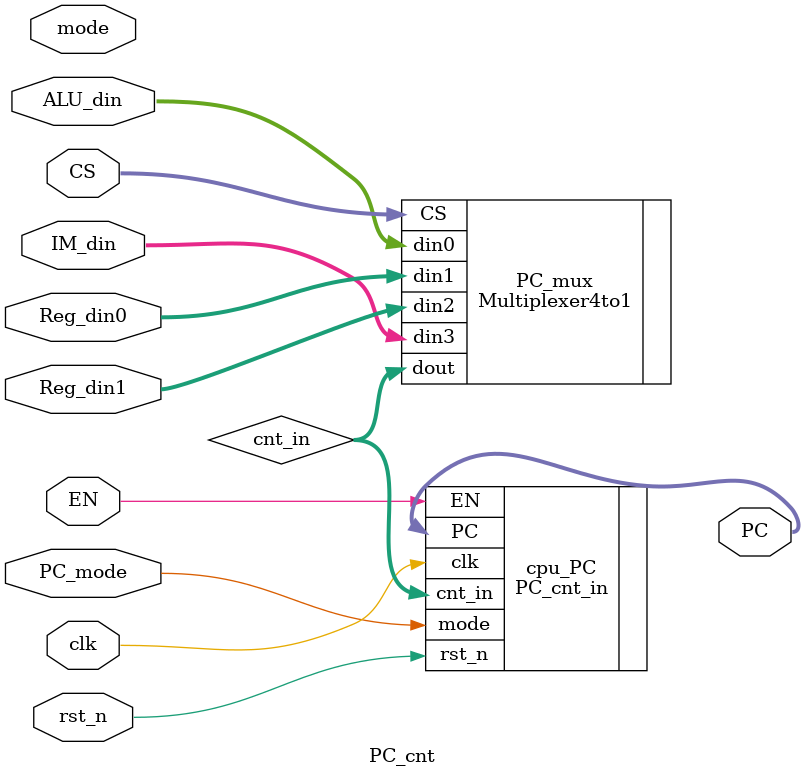
<source format=v>
`timescale 1ns / 1ps

module PC_cnt(
    input clk,
    input rst_n,
    input [1:0] CS,
    input mode,
    input PC_mode,
    output [31:0] PC,
    input [31:0] ALU_din,
    input [31:0] Reg_din0,
    input [31:0] Reg_din1,
    input [31:0] IM_din,
    input EN
    );

    wire [31:0] cnt_in;

    Multiplexer4to1 PC_mux(
        .CS(CS),
        .din0(ALU_din),
        .din1(Reg_din0),
        .din2(Reg_din1),
        .din3(IM_din),
        .dout(cnt_in)
    );

    PC_cnt_in cpu_PC(
        .clk(clk),
        .rst_n(rst_n),
        .mode(PC_mode),
        .PC(PC),
        .cnt_in(cnt_in),
        .EN(EN)
    );
    
endmodule

</source>
